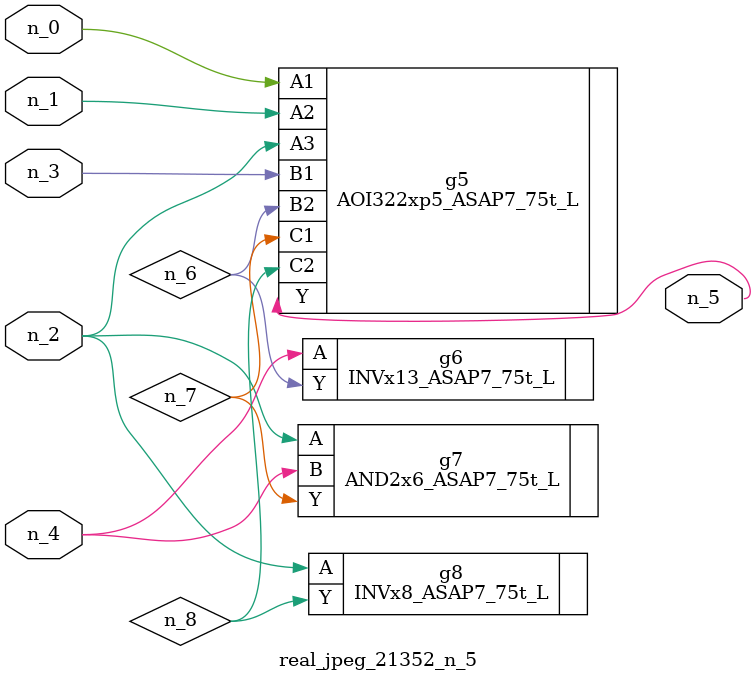
<source format=v>
module real_jpeg_21352_n_5 (n_4, n_0, n_1, n_2, n_3, n_5);

input n_4;
input n_0;
input n_1;
input n_2;
input n_3;

output n_5;

wire n_8;
wire n_6;
wire n_7;

AOI322xp5_ASAP7_75t_L g5 ( 
.A1(n_0),
.A2(n_1),
.A3(n_2),
.B1(n_3),
.B2(n_6),
.C1(n_7),
.C2(n_8),
.Y(n_5)
);

AND2x6_ASAP7_75t_L g7 ( 
.A(n_2),
.B(n_4),
.Y(n_7)
);

INVx8_ASAP7_75t_L g8 ( 
.A(n_2),
.Y(n_8)
);

INVx13_ASAP7_75t_L g6 ( 
.A(n_4),
.Y(n_6)
);


endmodule
</source>
